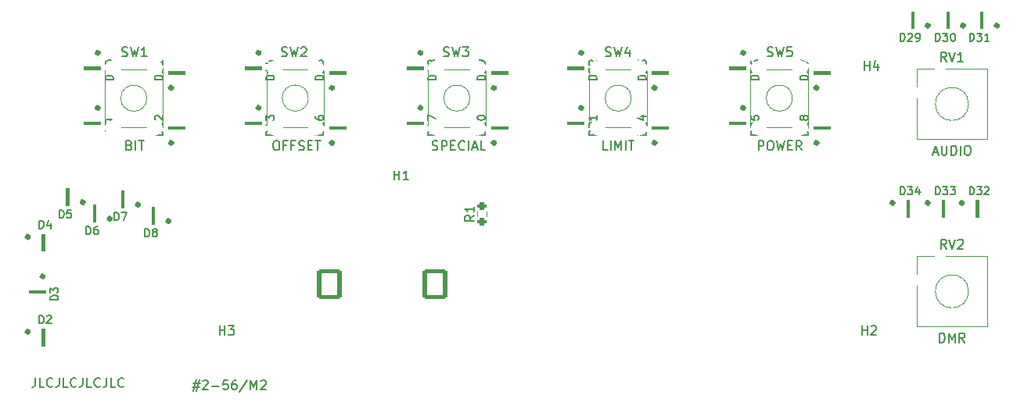
<source format=gbr>
%TF.GenerationSoftware,KiCad,Pcbnew,(6.0.9)*%
%TF.CreationDate,2023-01-27T21:22:42-09:00*%
%TF.ProjectId,RWR CONTROL PANEL,52575220-434f-44e5-9452-4f4c2050414e,-*%
%TF.SameCoordinates,Original*%
%TF.FileFunction,Legend,Top*%
%TF.FilePolarity,Positive*%
%FSLAX46Y46*%
G04 Gerber Fmt 4.6, Leading zero omitted, Abs format (unit mm)*
G04 Created by KiCad (PCBNEW (6.0.9)) date 2023-01-27 21:22:42*
%MOMM*%
%LPD*%
G01*
G04 APERTURE LIST*
G04 Aperture macros list*
%AMRoundRect*
0 Rectangle with rounded corners*
0 $1 Rounding radius*
0 $2 $3 $4 $5 $6 $7 $8 $9 X,Y pos of 4 corners*
0 Add a 4 corners polygon primitive as box body*
4,1,4,$2,$3,$4,$5,$6,$7,$8,$9,$2,$3,0*
0 Add four circle primitives for the rounded corners*
1,1,$1+$1,$2,$3*
1,1,$1+$1,$4,$5*
1,1,$1+$1,$6,$7*
1,1,$1+$1,$8,$9*
0 Add four rect primitives between the rounded corners*
20,1,$1+$1,$2,$3,$4,$5,0*
20,1,$1+$1,$4,$5,$6,$7,0*
20,1,$1+$1,$6,$7,$8,$9,0*
20,1,$1+$1,$8,$9,$2,$3,0*%
G04 Aperture macros list end*
%ADD10C,0.150000*%
%ADD11C,0.120000*%
%ADD12C,0.500000*%
%ADD13C,0.100000*%
%ADD14RoundRect,0.200000X-0.275000X0.200000X-0.275000X-0.200000X0.275000X-0.200000X0.275000X0.200000X0*%
%ADD15R,1.800000X1.800000*%
%ADD16C,1.800000*%
%ADD17RoundRect,0.250001X1.099999X1.399999X-1.099999X1.399999X-1.099999X-1.399999X1.099999X-1.399999X0*%
%ADD18O,2.700000X3.300000*%
%ADD19R,0.700000X0.700000*%
%ADD20C,1.700000*%
%ADD21C,1.524000*%
%ADD22O,1.700000X1.700000*%
%ADD23R,1.700000X1.700000*%
%ADD24C,2.500000*%
G04 APERTURE END LIST*
D10*
X44187834Y-41174025D02*
X44902119Y-41174025D01*
X44473548Y-40745453D02*
X44187834Y-42031168D01*
X44806881Y-41602596D02*
X44092596Y-41602596D01*
X44521167Y-42031168D02*
X44806881Y-40745453D01*
X45187834Y-40935930D02*
X45235453Y-40888311D01*
X45330691Y-40840691D01*
X45568786Y-40840691D01*
X45664024Y-40888311D01*
X45711643Y-40935930D01*
X45759262Y-41031168D01*
X45759262Y-41126406D01*
X45711643Y-41269263D01*
X45140215Y-41840691D01*
X45759262Y-41840691D01*
X46187834Y-41459739D02*
X46949738Y-41459739D01*
X47902119Y-40840691D02*
X47425929Y-40840691D01*
X47378310Y-41316882D01*
X47425929Y-41269263D01*
X47521167Y-41221644D01*
X47759262Y-41221644D01*
X47854500Y-41269263D01*
X47902119Y-41316882D01*
X47949738Y-41412120D01*
X47949738Y-41650215D01*
X47902119Y-41745453D01*
X47854500Y-41793072D01*
X47759262Y-41840691D01*
X47521167Y-41840691D01*
X47425929Y-41793072D01*
X47378310Y-41745453D01*
X48806881Y-40840691D02*
X48616405Y-40840691D01*
X48521167Y-40888311D01*
X48473548Y-40935930D01*
X48378310Y-41078787D01*
X48330691Y-41269263D01*
X48330691Y-41650215D01*
X48378310Y-41745453D01*
X48425929Y-41793072D01*
X48521167Y-41840691D01*
X48711643Y-41840691D01*
X48806881Y-41793072D01*
X48854500Y-41745453D01*
X48902119Y-41650215D01*
X48902119Y-41412120D01*
X48854500Y-41316882D01*
X48806881Y-41269263D01*
X48711643Y-41221644D01*
X48521167Y-41221644D01*
X48425929Y-41269263D01*
X48378310Y-41316882D01*
X48330691Y-41412120D01*
X50044977Y-40793072D02*
X49187834Y-42078787D01*
X50378310Y-41840691D02*
X50378310Y-40840691D01*
X50711643Y-41554977D01*
X51044977Y-40840691D01*
X51044977Y-41840691D01*
X51473548Y-40935930D02*
X51521167Y-40888311D01*
X51616405Y-40840691D01*
X51854500Y-40840691D01*
X51949738Y-40888311D01*
X51997358Y-40935930D01*
X52044977Y-41031168D01*
X52044977Y-41126406D01*
X51997358Y-41269263D01*
X51425929Y-41840691D01*
X52044977Y-41840691D01*
X27072482Y-40570365D02*
X27072482Y-41284651D01*
X27024863Y-41427508D01*
X26929625Y-41522746D01*
X26786768Y-41570365D01*
X26691530Y-41570365D01*
X28024863Y-41570365D02*
X27548672Y-41570365D01*
X27548672Y-40570365D01*
X28929625Y-41475127D02*
X28882006Y-41522746D01*
X28739149Y-41570365D01*
X28643910Y-41570365D01*
X28501053Y-41522746D01*
X28405815Y-41427508D01*
X28358196Y-41332270D01*
X28310577Y-41141794D01*
X28310577Y-40998937D01*
X28358196Y-40808461D01*
X28405815Y-40713223D01*
X28501053Y-40617985D01*
X28643910Y-40570365D01*
X28739149Y-40570365D01*
X28882006Y-40617985D01*
X28929625Y-40665604D01*
X29643910Y-40570365D02*
X29643910Y-41284651D01*
X29596291Y-41427508D01*
X29501053Y-41522746D01*
X29358196Y-41570365D01*
X29262958Y-41570365D01*
X30596291Y-41570365D02*
X30120101Y-41570365D01*
X30120101Y-40570365D01*
X31501053Y-41475127D02*
X31453434Y-41522746D01*
X31310577Y-41570365D01*
X31215339Y-41570365D01*
X31072482Y-41522746D01*
X30977244Y-41427508D01*
X30929625Y-41332270D01*
X30882006Y-41141794D01*
X30882006Y-40998937D01*
X30929625Y-40808461D01*
X30977244Y-40713223D01*
X31072482Y-40617985D01*
X31215339Y-40570365D01*
X31310577Y-40570365D01*
X31453434Y-40617985D01*
X31501053Y-40665604D01*
X32215339Y-40570365D02*
X32215339Y-41284651D01*
X32167720Y-41427508D01*
X32072482Y-41522746D01*
X31929625Y-41570365D01*
X31834387Y-41570365D01*
X33167720Y-41570365D02*
X32691530Y-41570365D01*
X32691530Y-40570365D01*
X34072482Y-41475127D02*
X34024863Y-41522746D01*
X33882006Y-41570365D01*
X33786768Y-41570365D01*
X33643910Y-41522746D01*
X33548672Y-41427508D01*
X33501053Y-41332270D01*
X33453434Y-41141794D01*
X33453434Y-40998937D01*
X33501053Y-40808461D01*
X33548672Y-40713223D01*
X33643910Y-40617985D01*
X33786768Y-40570365D01*
X33882006Y-40570365D01*
X34024863Y-40617985D01*
X34072482Y-40665604D01*
X34786768Y-40570365D02*
X34786768Y-41284651D01*
X34739149Y-41427508D01*
X34643910Y-41522746D01*
X34501053Y-41570365D01*
X34405815Y-41570365D01*
X35739149Y-41570365D02*
X35262958Y-41570365D01*
X35262958Y-40570365D01*
X36643910Y-41475127D02*
X36596291Y-41522746D01*
X36453434Y-41570365D01*
X36358196Y-41570365D01*
X36215339Y-41522746D01*
X36120101Y-41427508D01*
X36072482Y-41332270D01*
X36024863Y-41141794D01*
X36024863Y-40998937D01*
X36072482Y-40808461D01*
X36120101Y-40713223D01*
X36215339Y-40617985D01*
X36358196Y-40570365D01*
X36453434Y-40570365D01*
X36596291Y-40617985D01*
X36643910Y-40665604D01*
%TO.C,R1*%
X74578238Y-22949477D02*
X74102048Y-23282811D01*
X74578238Y-23520906D02*
X73578238Y-23520906D01*
X73578238Y-23139953D01*
X73625858Y-23044715D01*
X73673477Y-22997096D01*
X73768715Y-22949477D01*
X73911572Y-22949477D01*
X74006810Y-22997096D01*
X74054429Y-23044715D01*
X74102048Y-23139953D01*
X74102048Y-23520906D01*
X74578238Y-21997096D02*
X74578238Y-22568525D01*
X74578238Y-22282811D02*
X73578238Y-22282811D01*
X73721096Y-22378049D01*
X73816334Y-22473287D01*
X73863953Y-22568525D01*
%TO.C,D34*%
X120718715Y-20680857D02*
X120718715Y-19830857D01*
X120921096Y-19830857D01*
X121042524Y-19871334D01*
X121123477Y-19952286D01*
X121163953Y-20033238D01*
X121204429Y-20195143D01*
X121204429Y-20316572D01*
X121163953Y-20478476D01*
X121123477Y-20559429D01*
X121042524Y-20640381D01*
X120921096Y-20680857D01*
X120718715Y-20680857D01*
X121487762Y-19830857D02*
X122013953Y-19830857D01*
X121730619Y-20154667D01*
X121852048Y-20154667D01*
X121933000Y-20195143D01*
X121973477Y-20235619D01*
X122013953Y-20316572D01*
X122013953Y-20518953D01*
X121973477Y-20599905D01*
X121933000Y-20640381D01*
X121852048Y-20680857D01*
X121609191Y-20680857D01*
X121528238Y-20640381D01*
X121487762Y-20599905D01*
X122742524Y-20114191D02*
X122742524Y-20680857D01*
X122540143Y-19790381D02*
X122337762Y-20397524D01*
X122863953Y-20397524D01*
%TO.C,D33*%
X124528715Y-20680857D02*
X124528715Y-19830857D01*
X124731096Y-19830857D01*
X124852524Y-19871334D01*
X124933477Y-19952286D01*
X124973953Y-20033238D01*
X125014429Y-20195143D01*
X125014429Y-20316572D01*
X124973953Y-20478476D01*
X124933477Y-20559429D01*
X124852524Y-20640381D01*
X124731096Y-20680857D01*
X124528715Y-20680857D01*
X125297762Y-19830857D02*
X125823953Y-19830857D01*
X125540619Y-20154667D01*
X125662048Y-20154667D01*
X125743000Y-20195143D01*
X125783477Y-20235619D01*
X125823953Y-20316572D01*
X125823953Y-20518953D01*
X125783477Y-20599905D01*
X125743000Y-20640381D01*
X125662048Y-20680857D01*
X125419191Y-20680857D01*
X125338238Y-20640381D01*
X125297762Y-20599905D01*
X126107286Y-19830857D02*
X126633477Y-19830857D01*
X126350143Y-20154667D01*
X126471572Y-20154667D01*
X126552524Y-20195143D01*
X126593000Y-20235619D01*
X126633477Y-20316572D01*
X126633477Y-20518953D01*
X126593000Y-20599905D01*
X126552524Y-20640381D01*
X126471572Y-20680857D01*
X126228715Y-20680857D01*
X126147762Y-20640381D01*
X126107286Y-20599905D01*
%TO.C,D32*%
X128201737Y-20680857D02*
X128201737Y-19830857D01*
X128404118Y-19830857D01*
X128525546Y-19871334D01*
X128606499Y-19952286D01*
X128646975Y-20033238D01*
X128687451Y-20195143D01*
X128687451Y-20316572D01*
X128646975Y-20478476D01*
X128606499Y-20559429D01*
X128525546Y-20640381D01*
X128404118Y-20680857D01*
X128201737Y-20680857D01*
X128970784Y-19830857D02*
X129496975Y-19830857D01*
X129213641Y-20154667D01*
X129335070Y-20154667D01*
X129416022Y-20195143D01*
X129456499Y-20235619D01*
X129496975Y-20316572D01*
X129496975Y-20518953D01*
X129456499Y-20599905D01*
X129416022Y-20640381D01*
X129335070Y-20680857D01*
X129092213Y-20680857D01*
X129011260Y-20640381D01*
X128970784Y-20599905D01*
X129820784Y-19911810D02*
X129861260Y-19871334D01*
X129942213Y-19830857D01*
X130144594Y-19830857D01*
X130225546Y-19871334D01*
X130266022Y-19911810D01*
X130306499Y-19992762D01*
X130306499Y-20073714D01*
X130266022Y-20195143D01*
X129780308Y-20680857D01*
X130306499Y-20680857D01*
%TO.C,D31*%
X128201737Y-4043857D02*
X128201737Y-3193857D01*
X128404118Y-3193857D01*
X128525546Y-3234334D01*
X128606499Y-3315286D01*
X128646975Y-3396238D01*
X128687451Y-3558143D01*
X128687451Y-3679572D01*
X128646975Y-3841476D01*
X128606499Y-3922429D01*
X128525546Y-4003381D01*
X128404118Y-4043857D01*
X128201737Y-4043857D01*
X128970784Y-3193857D02*
X129496975Y-3193857D01*
X129213641Y-3517667D01*
X129335070Y-3517667D01*
X129416022Y-3558143D01*
X129456499Y-3598619D01*
X129496975Y-3679572D01*
X129496975Y-3881953D01*
X129456499Y-3962905D01*
X129416022Y-4003381D01*
X129335070Y-4043857D01*
X129092213Y-4043857D01*
X129011260Y-4003381D01*
X128970784Y-3962905D01*
X130306499Y-4043857D02*
X129820784Y-4043857D01*
X130063641Y-4043857D02*
X130063641Y-3193857D01*
X129982689Y-3315286D01*
X129901737Y-3396238D01*
X129820784Y-3436714D01*
%TO.C,D30*%
X124528715Y-4043857D02*
X124528715Y-3193857D01*
X124731096Y-3193857D01*
X124852524Y-3234334D01*
X124933477Y-3315286D01*
X124973953Y-3396238D01*
X125014429Y-3558143D01*
X125014429Y-3679572D01*
X124973953Y-3841476D01*
X124933477Y-3922429D01*
X124852524Y-4003381D01*
X124731096Y-4043857D01*
X124528715Y-4043857D01*
X125297762Y-3193857D02*
X125823953Y-3193857D01*
X125540619Y-3517667D01*
X125662048Y-3517667D01*
X125743000Y-3558143D01*
X125783477Y-3598619D01*
X125823953Y-3679572D01*
X125823953Y-3881953D01*
X125783477Y-3962905D01*
X125743000Y-4003381D01*
X125662048Y-4043857D01*
X125419191Y-4043857D01*
X125338238Y-4003381D01*
X125297762Y-3962905D01*
X126350143Y-3193857D02*
X126431096Y-3193857D01*
X126512048Y-3234334D01*
X126552524Y-3274810D01*
X126593000Y-3355762D01*
X126633477Y-3517667D01*
X126633477Y-3720048D01*
X126593000Y-3881953D01*
X126552524Y-3962905D01*
X126512048Y-4003381D01*
X126431096Y-4043857D01*
X126350143Y-4043857D01*
X126269191Y-4003381D01*
X126228715Y-3962905D01*
X126188238Y-3881953D01*
X126147762Y-3720048D01*
X126147762Y-3517667D01*
X126188238Y-3355762D01*
X126228715Y-3274810D01*
X126269191Y-3234334D01*
X126350143Y-3193857D01*
%TO.C,D29*%
X120718715Y-4043857D02*
X120718715Y-3193857D01*
X120921096Y-3193857D01*
X121042524Y-3234334D01*
X121123477Y-3315286D01*
X121163953Y-3396238D01*
X121204429Y-3558143D01*
X121204429Y-3679572D01*
X121163953Y-3841476D01*
X121123477Y-3922429D01*
X121042524Y-4003381D01*
X120921096Y-4043857D01*
X120718715Y-4043857D01*
X121528238Y-3274810D02*
X121568715Y-3234334D01*
X121649667Y-3193857D01*
X121852048Y-3193857D01*
X121933000Y-3234334D01*
X121973477Y-3274810D01*
X122013953Y-3355762D01*
X122013953Y-3436714D01*
X121973477Y-3558143D01*
X121487762Y-4043857D01*
X122013953Y-4043857D01*
X122418715Y-4043857D02*
X122580619Y-4043857D01*
X122661572Y-4003381D01*
X122702048Y-3962905D01*
X122783000Y-3841476D01*
X122823477Y-3679572D01*
X122823477Y-3355762D01*
X122783000Y-3274810D01*
X122742524Y-3234334D01*
X122661572Y-3193857D01*
X122499667Y-3193857D01*
X122418715Y-3234334D01*
X122378238Y-3274810D01*
X122337762Y-3355762D01*
X122337762Y-3558143D01*
X122378238Y-3639095D01*
X122418715Y-3679572D01*
X122499667Y-3720048D01*
X122661572Y-3720048D01*
X122742524Y-3679572D01*
X122783000Y-3639095D01*
X122823477Y-3558143D01*
%TO.C,D28*%
X110695403Y-14216476D02*
X109845403Y-14216476D01*
X109845403Y-14014095D01*
X109885880Y-13892667D01*
X109966832Y-13811714D01*
X110047784Y-13771238D01*
X110209689Y-13730762D01*
X110331118Y-13730762D01*
X110493022Y-13771238D01*
X110573975Y-13811714D01*
X110654927Y-13892667D01*
X110695403Y-14014095D01*
X110695403Y-14216476D01*
X109926356Y-13406953D02*
X109885880Y-13366476D01*
X109845403Y-13285524D01*
X109845403Y-13083143D01*
X109885880Y-13002191D01*
X109926356Y-12961714D01*
X110007308Y-12921238D01*
X110088260Y-12921238D01*
X110209689Y-12961714D01*
X110695403Y-13447429D01*
X110695403Y-12921238D01*
X110209689Y-12435524D02*
X110169213Y-12516476D01*
X110128737Y-12556953D01*
X110047784Y-12597429D01*
X110007308Y-12597429D01*
X109926356Y-12556953D01*
X109885880Y-12516476D01*
X109845403Y-12435524D01*
X109845403Y-12273619D01*
X109885880Y-12192667D01*
X109926356Y-12152191D01*
X110007308Y-12111714D01*
X110047784Y-12111714D01*
X110128737Y-12152191D01*
X110169213Y-12192667D01*
X110209689Y-12273619D01*
X110209689Y-12435524D01*
X110250165Y-12516476D01*
X110290641Y-12556953D01*
X110371594Y-12597429D01*
X110533499Y-12597429D01*
X110614451Y-12556953D01*
X110654927Y-12516476D01*
X110695403Y-12435524D01*
X110695403Y-12273619D01*
X110654927Y-12192667D01*
X110614451Y-12152191D01*
X110533499Y-12111714D01*
X110371594Y-12111714D01*
X110290641Y-12152191D01*
X110250165Y-12192667D01*
X110209689Y-12273619D01*
%TO.C,D27*%
X110695403Y-8247476D02*
X109845403Y-8247476D01*
X109845403Y-8045095D01*
X109885880Y-7923667D01*
X109966832Y-7842714D01*
X110047784Y-7802238D01*
X110209689Y-7761762D01*
X110331118Y-7761762D01*
X110493022Y-7802238D01*
X110573975Y-7842714D01*
X110654927Y-7923667D01*
X110695403Y-8045095D01*
X110695403Y-8247476D01*
X109926356Y-7437953D02*
X109885880Y-7397476D01*
X109845403Y-7316524D01*
X109845403Y-7114143D01*
X109885880Y-7033191D01*
X109926356Y-6992714D01*
X110007308Y-6952238D01*
X110088260Y-6952238D01*
X110209689Y-6992714D01*
X110695403Y-7478429D01*
X110695403Y-6952238D01*
X109845403Y-6668905D02*
X109845403Y-6102238D01*
X110695403Y-6466524D01*
%TO.C,D26*%
X105361403Y-8247476D02*
X104511403Y-8247476D01*
X104511403Y-8045095D01*
X104551880Y-7923667D01*
X104632832Y-7842714D01*
X104713784Y-7802238D01*
X104875689Y-7761762D01*
X104997118Y-7761762D01*
X105159022Y-7802238D01*
X105239975Y-7842714D01*
X105320927Y-7923667D01*
X105361403Y-8045095D01*
X105361403Y-8247476D01*
X104592356Y-7437953D02*
X104551880Y-7397476D01*
X104511403Y-7316524D01*
X104511403Y-7114143D01*
X104551880Y-7033191D01*
X104592356Y-6992714D01*
X104673308Y-6952238D01*
X104754260Y-6952238D01*
X104875689Y-6992714D01*
X105361403Y-7478429D01*
X105361403Y-6952238D01*
X104511403Y-6223667D02*
X104511403Y-6385572D01*
X104551880Y-6466524D01*
X104592356Y-6507000D01*
X104713784Y-6587953D01*
X104875689Y-6628429D01*
X105199499Y-6628429D01*
X105280451Y-6587953D01*
X105320927Y-6547476D01*
X105361403Y-6466524D01*
X105361403Y-6304619D01*
X105320927Y-6223667D01*
X105280451Y-6183191D01*
X105199499Y-6142714D01*
X104997118Y-6142714D01*
X104916165Y-6183191D01*
X104875689Y-6223667D01*
X104835213Y-6304619D01*
X104835213Y-6466524D01*
X104875689Y-6547476D01*
X104916165Y-6587953D01*
X104997118Y-6628429D01*
%TO.C,D25*%
X105361403Y-14216476D02*
X104511403Y-14216476D01*
X104511403Y-14014095D01*
X104551880Y-13892667D01*
X104632832Y-13811714D01*
X104713784Y-13771238D01*
X104875689Y-13730762D01*
X104997118Y-13730762D01*
X105159022Y-13771238D01*
X105239975Y-13811714D01*
X105320927Y-13892667D01*
X105361403Y-14014095D01*
X105361403Y-14216476D01*
X104592356Y-13406953D02*
X104551880Y-13366476D01*
X104511403Y-13285524D01*
X104511403Y-13083143D01*
X104551880Y-13002191D01*
X104592356Y-12961714D01*
X104673308Y-12921238D01*
X104754260Y-12921238D01*
X104875689Y-12961714D01*
X105361403Y-13447429D01*
X105361403Y-12921238D01*
X104511403Y-12152191D02*
X104511403Y-12556953D01*
X104916165Y-12597429D01*
X104875689Y-12556953D01*
X104835213Y-12476000D01*
X104835213Y-12273619D01*
X104875689Y-12192667D01*
X104916165Y-12152191D01*
X104997118Y-12111714D01*
X105199499Y-12111714D01*
X105280451Y-12152191D01*
X105320927Y-12192667D01*
X105361403Y-12273619D01*
X105361403Y-12476000D01*
X105320927Y-12556953D01*
X105280451Y-12597429D01*
%TO.C,D24*%
X93169403Y-14216476D02*
X92319403Y-14216476D01*
X92319403Y-14014095D01*
X92359880Y-13892667D01*
X92440832Y-13811714D01*
X92521784Y-13771238D01*
X92683689Y-13730762D01*
X92805118Y-13730762D01*
X92967022Y-13771238D01*
X93047975Y-13811714D01*
X93128927Y-13892667D01*
X93169403Y-14014095D01*
X93169403Y-14216476D01*
X92400356Y-13406953D02*
X92359880Y-13366476D01*
X92319403Y-13285524D01*
X92319403Y-13083143D01*
X92359880Y-13002191D01*
X92400356Y-12961714D01*
X92481308Y-12921238D01*
X92562260Y-12921238D01*
X92683689Y-12961714D01*
X93169403Y-13447429D01*
X93169403Y-12921238D01*
X92602737Y-12192667D02*
X93169403Y-12192667D01*
X92278927Y-12395048D02*
X92886070Y-12597429D01*
X92886070Y-12071238D01*
%TO.C,D23*%
X93169403Y-8247476D02*
X92319403Y-8247476D01*
X92319403Y-8045095D01*
X92359880Y-7923667D01*
X92440832Y-7842714D01*
X92521784Y-7802238D01*
X92683689Y-7761762D01*
X92805118Y-7761762D01*
X92967022Y-7802238D01*
X93047975Y-7842714D01*
X93128927Y-7923667D01*
X93169403Y-8045095D01*
X93169403Y-8247476D01*
X92400356Y-7437953D02*
X92359880Y-7397476D01*
X92319403Y-7316524D01*
X92319403Y-7114143D01*
X92359880Y-7033191D01*
X92400356Y-6992714D01*
X92481308Y-6952238D01*
X92562260Y-6952238D01*
X92683689Y-6992714D01*
X93169403Y-7478429D01*
X93169403Y-6952238D01*
X92319403Y-6668905D02*
X92319403Y-6142714D01*
X92643213Y-6426048D01*
X92643213Y-6304619D01*
X92683689Y-6223667D01*
X92724165Y-6183191D01*
X92805118Y-6142714D01*
X93007499Y-6142714D01*
X93088451Y-6183191D01*
X93128927Y-6223667D01*
X93169403Y-6304619D01*
X93169403Y-6547476D01*
X93128927Y-6628429D01*
X93088451Y-6668905D01*
%TO.C,D22*%
X87835403Y-8247476D02*
X86985403Y-8247476D01*
X86985403Y-8045095D01*
X87025880Y-7923667D01*
X87106832Y-7842714D01*
X87187784Y-7802238D01*
X87349689Y-7761762D01*
X87471118Y-7761762D01*
X87633022Y-7802238D01*
X87713975Y-7842714D01*
X87794927Y-7923667D01*
X87835403Y-8045095D01*
X87835403Y-8247476D01*
X87066356Y-7437953D02*
X87025880Y-7397476D01*
X86985403Y-7316524D01*
X86985403Y-7114143D01*
X87025880Y-7033191D01*
X87066356Y-6992714D01*
X87147308Y-6952238D01*
X87228260Y-6952238D01*
X87349689Y-6992714D01*
X87835403Y-7478429D01*
X87835403Y-6952238D01*
X87066356Y-6628429D02*
X87025880Y-6587953D01*
X86985403Y-6507000D01*
X86985403Y-6304619D01*
X87025880Y-6223667D01*
X87066356Y-6183191D01*
X87147308Y-6142714D01*
X87228260Y-6142714D01*
X87349689Y-6183191D01*
X87835403Y-6668905D01*
X87835403Y-6142714D01*
%TO.C,D21*%
X87835403Y-14216476D02*
X86985403Y-14216476D01*
X86985403Y-14014095D01*
X87025880Y-13892667D01*
X87106832Y-13811714D01*
X87187784Y-13771238D01*
X87349689Y-13730762D01*
X87471118Y-13730762D01*
X87633022Y-13771238D01*
X87713975Y-13811714D01*
X87794927Y-13892667D01*
X87835403Y-14014095D01*
X87835403Y-14216476D01*
X87066356Y-13406953D02*
X87025880Y-13366476D01*
X86985403Y-13285524D01*
X86985403Y-13083143D01*
X87025880Y-13002191D01*
X87066356Y-12961714D01*
X87147308Y-12921238D01*
X87228260Y-12921238D01*
X87349689Y-12961714D01*
X87835403Y-13447429D01*
X87835403Y-12921238D01*
X87835403Y-12111714D02*
X87835403Y-12597429D01*
X87835403Y-12354572D02*
X86985403Y-12354572D01*
X87106832Y-12435524D01*
X87187784Y-12516476D01*
X87228260Y-12597429D01*
%TO.C,D20*%
X75770403Y-14216476D02*
X74920403Y-14216476D01*
X74920403Y-14014095D01*
X74960880Y-13892667D01*
X75041832Y-13811714D01*
X75122784Y-13771238D01*
X75284689Y-13730762D01*
X75406118Y-13730762D01*
X75568022Y-13771238D01*
X75648975Y-13811714D01*
X75729927Y-13892667D01*
X75770403Y-14014095D01*
X75770403Y-14216476D01*
X75001356Y-13406953D02*
X74960880Y-13366476D01*
X74920403Y-13285524D01*
X74920403Y-13083143D01*
X74960880Y-13002191D01*
X75001356Y-12961714D01*
X75082308Y-12921238D01*
X75163260Y-12921238D01*
X75284689Y-12961714D01*
X75770403Y-13447429D01*
X75770403Y-12921238D01*
X74920403Y-12395048D02*
X74920403Y-12314095D01*
X74960880Y-12233143D01*
X75001356Y-12192667D01*
X75082308Y-12152191D01*
X75244213Y-12111714D01*
X75446594Y-12111714D01*
X75608499Y-12152191D01*
X75689451Y-12192667D01*
X75729927Y-12233143D01*
X75770403Y-12314095D01*
X75770403Y-12395048D01*
X75729927Y-12476000D01*
X75689451Y-12516476D01*
X75608499Y-12556953D01*
X75446594Y-12597429D01*
X75244213Y-12597429D01*
X75082308Y-12556953D01*
X75001356Y-12516476D01*
X74960880Y-12476000D01*
X74920403Y-12395048D01*
%TO.C,D19*%
X75770403Y-8247476D02*
X74920403Y-8247476D01*
X74920403Y-8045095D01*
X74960880Y-7923667D01*
X75041832Y-7842714D01*
X75122784Y-7802238D01*
X75284689Y-7761762D01*
X75406118Y-7761762D01*
X75568022Y-7802238D01*
X75648975Y-7842714D01*
X75729927Y-7923667D01*
X75770403Y-8045095D01*
X75770403Y-8247476D01*
X75770403Y-6952238D02*
X75770403Y-7437953D01*
X75770403Y-7195095D02*
X74920403Y-7195095D01*
X75041832Y-7276048D01*
X75122784Y-7357000D01*
X75163260Y-7437953D01*
X75770403Y-6547476D02*
X75770403Y-6385572D01*
X75729927Y-6304619D01*
X75689451Y-6264143D01*
X75568022Y-6183191D01*
X75406118Y-6142714D01*
X75082308Y-6142714D01*
X75001356Y-6183191D01*
X74960880Y-6223667D01*
X74920403Y-6304619D01*
X74920403Y-6466524D01*
X74960880Y-6547476D01*
X75001356Y-6587953D01*
X75082308Y-6628429D01*
X75284689Y-6628429D01*
X75365641Y-6587953D01*
X75406118Y-6547476D01*
X75446594Y-6466524D01*
X75446594Y-6304619D01*
X75406118Y-6223667D01*
X75365641Y-6183191D01*
X75284689Y-6142714D01*
%TO.C,D18*%
X70436403Y-8247476D02*
X69586403Y-8247476D01*
X69586403Y-8045095D01*
X69626880Y-7923667D01*
X69707832Y-7842714D01*
X69788784Y-7802238D01*
X69950689Y-7761762D01*
X70072118Y-7761762D01*
X70234022Y-7802238D01*
X70314975Y-7842714D01*
X70395927Y-7923667D01*
X70436403Y-8045095D01*
X70436403Y-8247476D01*
X70436403Y-6952238D02*
X70436403Y-7437953D01*
X70436403Y-7195095D02*
X69586403Y-7195095D01*
X69707832Y-7276048D01*
X69788784Y-7357000D01*
X69829260Y-7437953D01*
X69950689Y-6466524D02*
X69910213Y-6547476D01*
X69869737Y-6587953D01*
X69788784Y-6628429D01*
X69748308Y-6628429D01*
X69667356Y-6587953D01*
X69626880Y-6547476D01*
X69586403Y-6466524D01*
X69586403Y-6304619D01*
X69626880Y-6223667D01*
X69667356Y-6183191D01*
X69748308Y-6142714D01*
X69788784Y-6142714D01*
X69869737Y-6183191D01*
X69910213Y-6223667D01*
X69950689Y-6304619D01*
X69950689Y-6466524D01*
X69991165Y-6547476D01*
X70031641Y-6587953D01*
X70112594Y-6628429D01*
X70274499Y-6628429D01*
X70355451Y-6587953D01*
X70395927Y-6547476D01*
X70436403Y-6466524D01*
X70436403Y-6304619D01*
X70395927Y-6223667D01*
X70355451Y-6183191D01*
X70274499Y-6142714D01*
X70112594Y-6142714D01*
X70031641Y-6183191D01*
X69991165Y-6223667D01*
X69950689Y-6304619D01*
%TO.C,D17*%
X70436403Y-14216476D02*
X69586403Y-14216476D01*
X69586403Y-14014095D01*
X69626880Y-13892667D01*
X69707832Y-13811714D01*
X69788784Y-13771238D01*
X69950689Y-13730762D01*
X70072118Y-13730762D01*
X70234022Y-13771238D01*
X70314975Y-13811714D01*
X70395927Y-13892667D01*
X70436403Y-14014095D01*
X70436403Y-14216476D01*
X70436403Y-12921238D02*
X70436403Y-13406953D01*
X70436403Y-13164095D02*
X69586403Y-13164095D01*
X69707832Y-13245048D01*
X69788784Y-13326000D01*
X69829260Y-13406953D01*
X69586403Y-12637905D02*
X69586403Y-12071238D01*
X70436403Y-12435524D01*
%TO.C,D16*%
X58244403Y-14216476D02*
X57394403Y-14216476D01*
X57394403Y-14014095D01*
X57434880Y-13892667D01*
X57515832Y-13811714D01*
X57596784Y-13771238D01*
X57758689Y-13730762D01*
X57880118Y-13730762D01*
X58042022Y-13771238D01*
X58122975Y-13811714D01*
X58203927Y-13892667D01*
X58244403Y-14014095D01*
X58244403Y-14216476D01*
X58244403Y-12921238D02*
X58244403Y-13406953D01*
X58244403Y-13164095D02*
X57394403Y-13164095D01*
X57515832Y-13245048D01*
X57596784Y-13326000D01*
X57637260Y-13406953D01*
X57394403Y-12192667D02*
X57394403Y-12354572D01*
X57434880Y-12435524D01*
X57475356Y-12476000D01*
X57596784Y-12556953D01*
X57758689Y-12597429D01*
X58082499Y-12597429D01*
X58163451Y-12556953D01*
X58203927Y-12516476D01*
X58244403Y-12435524D01*
X58244403Y-12273619D01*
X58203927Y-12192667D01*
X58163451Y-12152191D01*
X58082499Y-12111714D01*
X57880118Y-12111714D01*
X57799165Y-12152191D01*
X57758689Y-12192667D01*
X57718213Y-12273619D01*
X57718213Y-12435524D01*
X57758689Y-12516476D01*
X57799165Y-12556953D01*
X57880118Y-12597429D01*
%TO.C,D15*%
X58244403Y-8247476D02*
X57394403Y-8247476D01*
X57394403Y-8045095D01*
X57434880Y-7923667D01*
X57515832Y-7842714D01*
X57596784Y-7802238D01*
X57758689Y-7761762D01*
X57880118Y-7761762D01*
X58042022Y-7802238D01*
X58122975Y-7842714D01*
X58203927Y-7923667D01*
X58244403Y-8045095D01*
X58244403Y-8247476D01*
X58244403Y-6952238D02*
X58244403Y-7437953D01*
X58244403Y-7195095D02*
X57394403Y-7195095D01*
X57515832Y-7276048D01*
X57596784Y-7357000D01*
X57637260Y-7437953D01*
X57394403Y-6183191D02*
X57394403Y-6587953D01*
X57799165Y-6628429D01*
X57758689Y-6587953D01*
X57718213Y-6507000D01*
X57718213Y-6304619D01*
X57758689Y-6223667D01*
X57799165Y-6183191D01*
X57880118Y-6142714D01*
X58082499Y-6142714D01*
X58163451Y-6183191D01*
X58203927Y-6223667D01*
X58244403Y-6304619D01*
X58244403Y-6507000D01*
X58203927Y-6587953D01*
X58163451Y-6628429D01*
%TO.C,D14*%
X52910403Y-8247476D02*
X52060403Y-8247476D01*
X52060403Y-8045095D01*
X52100880Y-7923667D01*
X52181832Y-7842714D01*
X52262784Y-7802238D01*
X52424689Y-7761762D01*
X52546118Y-7761762D01*
X52708022Y-7802238D01*
X52788975Y-7842714D01*
X52869927Y-7923667D01*
X52910403Y-8045095D01*
X52910403Y-8247476D01*
X52910403Y-6952238D02*
X52910403Y-7437953D01*
X52910403Y-7195095D02*
X52060403Y-7195095D01*
X52181832Y-7276048D01*
X52262784Y-7357000D01*
X52303260Y-7437953D01*
X52343737Y-6223667D02*
X52910403Y-6223667D01*
X52019927Y-6426048D02*
X52627070Y-6628429D01*
X52627070Y-6102238D01*
%TO.C,D13*%
X52910403Y-14216476D02*
X52060403Y-14216476D01*
X52060403Y-14014095D01*
X52100880Y-13892667D01*
X52181832Y-13811714D01*
X52262784Y-13771238D01*
X52424689Y-13730762D01*
X52546118Y-13730762D01*
X52708022Y-13771238D01*
X52788975Y-13811714D01*
X52869927Y-13892667D01*
X52910403Y-14014095D01*
X52910403Y-14216476D01*
X52910403Y-12921238D02*
X52910403Y-13406953D01*
X52910403Y-13164095D02*
X52060403Y-13164095D01*
X52181832Y-13245048D01*
X52262784Y-13326000D01*
X52303260Y-13406953D01*
X52060403Y-12637905D02*
X52060403Y-12111714D01*
X52384213Y-12395048D01*
X52384213Y-12273619D01*
X52424689Y-12192667D01*
X52465165Y-12152191D01*
X52546118Y-12111714D01*
X52748499Y-12111714D01*
X52829451Y-12152191D01*
X52869927Y-12192667D01*
X52910403Y-12273619D01*
X52910403Y-12516476D01*
X52869927Y-12597429D01*
X52829451Y-12637905D01*
%TO.C,D12*%
X40845403Y-14216476D02*
X39995403Y-14216476D01*
X39995403Y-14014095D01*
X40035880Y-13892667D01*
X40116832Y-13811714D01*
X40197784Y-13771238D01*
X40359689Y-13730762D01*
X40481118Y-13730762D01*
X40643022Y-13771238D01*
X40723975Y-13811714D01*
X40804927Y-13892667D01*
X40845403Y-14014095D01*
X40845403Y-14216476D01*
X40845403Y-12921238D02*
X40845403Y-13406953D01*
X40845403Y-13164095D02*
X39995403Y-13164095D01*
X40116832Y-13245048D01*
X40197784Y-13326000D01*
X40238260Y-13406953D01*
X40076356Y-12597429D02*
X40035880Y-12556953D01*
X39995403Y-12476000D01*
X39995403Y-12273619D01*
X40035880Y-12192667D01*
X40076356Y-12152191D01*
X40157308Y-12111714D01*
X40238260Y-12111714D01*
X40359689Y-12152191D01*
X40845403Y-12637905D01*
X40845403Y-12111714D01*
%TO.C,D11*%
X40845403Y-8247476D02*
X39995403Y-8247476D01*
X39995403Y-8045095D01*
X40035880Y-7923667D01*
X40116832Y-7842714D01*
X40197784Y-7802238D01*
X40359689Y-7761762D01*
X40481118Y-7761762D01*
X40643022Y-7802238D01*
X40723975Y-7842714D01*
X40804927Y-7923667D01*
X40845403Y-8045095D01*
X40845403Y-8247476D01*
X40845403Y-6952238D02*
X40845403Y-7437953D01*
X40845403Y-7195095D02*
X39995403Y-7195095D01*
X40116832Y-7276048D01*
X40197784Y-7357000D01*
X40238260Y-7437953D01*
X40845403Y-6142714D02*
X40845403Y-6628429D01*
X40845403Y-6385572D02*
X39995403Y-6385572D01*
X40116832Y-6466524D01*
X40197784Y-6547476D01*
X40238260Y-6628429D01*
%TO.C,D10*%
X35511403Y-8247476D02*
X34661403Y-8247476D01*
X34661403Y-8045095D01*
X34701880Y-7923667D01*
X34782832Y-7842714D01*
X34863784Y-7802238D01*
X35025689Y-7761762D01*
X35147118Y-7761762D01*
X35309022Y-7802238D01*
X35389975Y-7842714D01*
X35470927Y-7923667D01*
X35511403Y-8045095D01*
X35511403Y-8247476D01*
X35511403Y-6952238D02*
X35511403Y-7437953D01*
X35511403Y-7195095D02*
X34661403Y-7195095D01*
X34782832Y-7276048D01*
X34863784Y-7357000D01*
X34904260Y-7437953D01*
X34661403Y-6426048D02*
X34661403Y-6345095D01*
X34701880Y-6264143D01*
X34742356Y-6223667D01*
X34823308Y-6183191D01*
X34985213Y-6142714D01*
X35187594Y-6142714D01*
X35349499Y-6183191D01*
X35430451Y-6223667D01*
X35470927Y-6264143D01*
X35511403Y-6345095D01*
X35511403Y-6426048D01*
X35470927Y-6507000D01*
X35430451Y-6547476D01*
X35349499Y-6587953D01*
X35187594Y-6628429D01*
X34985213Y-6628429D01*
X34823308Y-6587953D01*
X34742356Y-6547476D01*
X34701880Y-6507000D01*
X34661403Y-6426048D01*
%TO.C,D9*%
X35511403Y-13811714D02*
X34661403Y-13811714D01*
X34661403Y-13609334D01*
X34701880Y-13487905D01*
X34782832Y-13406953D01*
X34863784Y-13366476D01*
X35025689Y-13326000D01*
X35147118Y-13326000D01*
X35309022Y-13366476D01*
X35389975Y-13406953D01*
X35470927Y-13487905D01*
X35511403Y-13609334D01*
X35511403Y-13811714D01*
X35511403Y-12921238D02*
X35511403Y-12759334D01*
X35470927Y-12678381D01*
X35430451Y-12637905D01*
X35309022Y-12556953D01*
X35147118Y-12516476D01*
X34823308Y-12516476D01*
X34742356Y-12556953D01*
X34701880Y-12597429D01*
X34661403Y-12678381D01*
X34661403Y-12840286D01*
X34701880Y-12921238D01*
X34742356Y-12961714D01*
X34823308Y-13002191D01*
X35025689Y-13002191D01*
X35106641Y-12961714D01*
X35147118Y-12921238D01*
X35187594Y-12840286D01*
X35187594Y-12678381D01*
X35147118Y-12597429D01*
X35106641Y-12556953D01*
X35025689Y-12516476D01*
%TO.C,D8*%
X38944499Y-25252857D02*
X38944499Y-24402857D01*
X39146880Y-24402857D01*
X39268308Y-24443334D01*
X39349260Y-24524286D01*
X39389737Y-24605238D01*
X39430213Y-24767143D01*
X39430213Y-24888572D01*
X39389737Y-25050476D01*
X39349260Y-25131429D01*
X39268308Y-25212381D01*
X39146880Y-25252857D01*
X38944499Y-25252857D01*
X39915927Y-24767143D02*
X39834975Y-24726667D01*
X39794499Y-24686191D01*
X39754022Y-24605238D01*
X39754022Y-24564762D01*
X39794499Y-24483810D01*
X39834975Y-24443334D01*
X39915927Y-24402857D01*
X40077832Y-24402857D01*
X40158784Y-24443334D01*
X40199260Y-24483810D01*
X40239737Y-24564762D01*
X40239737Y-24605238D01*
X40199260Y-24686191D01*
X40158784Y-24726667D01*
X40077832Y-24767143D01*
X39915927Y-24767143D01*
X39834975Y-24807619D01*
X39794499Y-24848095D01*
X39754022Y-24929048D01*
X39754022Y-25090953D01*
X39794499Y-25171905D01*
X39834975Y-25212381D01*
X39915927Y-25252857D01*
X40077832Y-25252857D01*
X40158784Y-25212381D01*
X40199260Y-25171905D01*
X40239737Y-25090953D01*
X40239737Y-24929048D01*
X40199260Y-24848095D01*
X40158784Y-24807619D01*
X40077832Y-24767143D01*
%TO.C,D7*%
X35642499Y-23474857D02*
X35642499Y-22624857D01*
X35844880Y-22624857D01*
X35966308Y-22665334D01*
X36047260Y-22746286D01*
X36087737Y-22827238D01*
X36128213Y-22989143D01*
X36128213Y-23110572D01*
X36087737Y-23272476D01*
X36047260Y-23353429D01*
X35966308Y-23434381D01*
X35844880Y-23474857D01*
X35642499Y-23474857D01*
X36411546Y-22624857D02*
X36978213Y-22624857D01*
X36613927Y-23474857D01*
%TO.C,D6*%
X32594499Y-24998857D02*
X32594499Y-24148857D01*
X32796880Y-24148857D01*
X32918308Y-24189334D01*
X32999260Y-24270286D01*
X33039737Y-24351238D01*
X33080213Y-24513143D01*
X33080213Y-24634572D01*
X33039737Y-24796476D01*
X32999260Y-24877429D01*
X32918308Y-24958381D01*
X32796880Y-24998857D01*
X32594499Y-24998857D01*
X33808784Y-24148857D02*
X33646880Y-24148857D01*
X33565927Y-24189334D01*
X33525451Y-24229810D01*
X33444499Y-24351238D01*
X33404022Y-24513143D01*
X33404022Y-24836953D01*
X33444499Y-24917905D01*
X33484975Y-24958381D01*
X33565927Y-24998857D01*
X33727832Y-24998857D01*
X33808784Y-24958381D01*
X33849260Y-24917905D01*
X33889737Y-24836953D01*
X33889737Y-24634572D01*
X33849260Y-24553619D01*
X33808784Y-24513143D01*
X33727832Y-24472667D01*
X33565927Y-24472667D01*
X33484975Y-24513143D01*
X33444499Y-24553619D01*
X33404022Y-24634572D01*
%TO.C,D5*%
X29673499Y-23220857D02*
X29673499Y-22370857D01*
X29875880Y-22370857D01*
X29997308Y-22411334D01*
X30078260Y-22492286D01*
X30118737Y-22573238D01*
X30159213Y-22735143D01*
X30159213Y-22856572D01*
X30118737Y-23018476D01*
X30078260Y-23099429D01*
X29997308Y-23180381D01*
X29875880Y-23220857D01*
X29673499Y-23220857D01*
X30928260Y-22370857D02*
X30523499Y-22370857D01*
X30483022Y-22775619D01*
X30523499Y-22735143D01*
X30604451Y-22694667D01*
X30806832Y-22694667D01*
X30887784Y-22735143D01*
X30928260Y-22775619D01*
X30968737Y-22856572D01*
X30968737Y-23058953D01*
X30928260Y-23139905D01*
X30887784Y-23180381D01*
X30806832Y-23220857D01*
X30604451Y-23220857D01*
X30523499Y-23180381D01*
X30483022Y-23139905D01*
%TO.C,D4*%
X27514499Y-24363857D02*
X27514499Y-23513857D01*
X27716880Y-23513857D01*
X27838308Y-23554334D01*
X27919260Y-23635286D01*
X27959737Y-23716238D01*
X28000213Y-23878143D01*
X28000213Y-23999572D01*
X27959737Y-24161476D01*
X27919260Y-24242429D01*
X27838308Y-24323381D01*
X27716880Y-24363857D01*
X27514499Y-24363857D01*
X28728784Y-23797191D02*
X28728784Y-24363857D01*
X28526403Y-23473381D02*
X28324022Y-24080524D01*
X28850213Y-24080524D01*
%TO.C,D3*%
X29542403Y-32099714D02*
X28692403Y-32099714D01*
X28692403Y-31897334D01*
X28732880Y-31775905D01*
X28813832Y-31694953D01*
X28894784Y-31654476D01*
X29056689Y-31614000D01*
X29178118Y-31614000D01*
X29340022Y-31654476D01*
X29420975Y-31694953D01*
X29501927Y-31775905D01*
X29542403Y-31897334D01*
X29542403Y-32099714D01*
X28692403Y-31330667D02*
X28692403Y-30804476D01*
X29016213Y-31087810D01*
X29016213Y-30966381D01*
X29056689Y-30885429D01*
X29097165Y-30844953D01*
X29178118Y-30804476D01*
X29380499Y-30804476D01*
X29461451Y-30844953D01*
X29501927Y-30885429D01*
X29542403Y-30966381D01*
X29542403Y-31209238D01*
X29501927Y-31290191D01*
X29461451Y-31330667D01*
%TO.C,D2*%
X27514499Y-34650857D02*
X27514499Y-33800857D01*
X27716880Y-33800857D01*
X27838308Y-33841334D01*
X27919260Y-33922286D01*
X27959737Y-34003238D01*
X28000213Y-34165143D01*
X28000213Y-34286572D01*
X27959737Y-34448476D01*
X27919260Y-34529429D01*
X27838308Y-34610381D01*
X27716880Y-34650857D01*
X27514499Y-34650857D01*
X28324022Y-33881810D02*
X28364499Y-33841334D01*
X28445451Y-33800857D01*
X28647832Y-33800857D01*
X28728784Y-33841334D01*
X28769260Y-33881810D01*
X28809737Y-33962762D01*
X28809737Y-34043714D01*
X28769260Y-34165143D01*
X28283546Y-34650857D01*
X28809737Y-34650857D01*
%TO.C,SW5*%
X106320524Y-5661572D02*
X106463381Y-5709191D01*
X106701477Y-5709191D01*
X106796715Y-5661572D01*
X106844334Y-5613953D01*
X106891953Y-5518715D01*
X106891953Y-5423477D01*
X106844334Y-5328239D01*
X106796715Y-5280620D01*
X106701477Y-5233001D01*
X106511000Y-5185382D01*
X106415762Y-5137763D01*
X106368143Y-5090144D01*
X106320524Y-4994906D01*
X106320524Y-4899668D01*
X106368143Y-4804430D01*
X106415762Y-4756811D01*
X106511000Y-4709191D01*
X106749096Y-4709191D01*
X106891953Y-4756811D01*
X107225286Y-4709191D02*
X107463381Y-5709191D01*
X107653858Y-4994906D01*
X107844334Y-5709191D01*
X108082429Y-4709191D01*
X108939572Y-4709191D02*
X108463381Y-4709191D01*
X108415762Y-5185382D01*
X108463381Y-5137763D01*
X108558619Y-5090144D01*
X108796715Y-5090144D01*
X108891953Y-5137763D01*
X108939572Y-5185382D01*
X108987191Y-5280620D01*
X108987191Y-5518715D01*
X108939572Y-5613953D01*
X108891953Y-5661572D01*
X108796715Y-5709191D01*
X108558619Y-5709191D01*
X108463381Y-5661572D01*
X108415762Y-5613953D01*
X105344334Y-15869191D02*
X105344334Y-14869191D01*
X105725286Y-14869191D01*
X105820524Y-14916811D01*
X105868143Y-14964430D01*
X105915762Y-15059668D01*
X105915762Y-15202525D01*
X105868143Y-15297763D01*
X105820524Y-15345382D01*
X105725286Y-15393001D01*
X105344334Y-15393001D01*
X106534810Y-14869191D02*
X106725286Y-14869191D01*
X106820524Y-14916811D01*
X106915762Y-15012049D01*
X106963381Y-15202525D01*
X106963381Y-15535858D01*
X106915762Y-15726334D01*
X106820524Y-15821572D01*
X106725286Y-15869191D01*
X106534810Y-15869191D01*
X106439572Y-15821572D01*
X106344334Y-15726334D01*
X106296715Y-15535858D01*
X106296715Y-15202525D01*
X106344334Y-15012049D01*
X106439572Y-14916811D01*
X106534810Y-14869191D01*
X107296715Y-14869191D02*
X107534810Y-15869191D01*
X107725286Y-15154906D01*
X107915762Y-15869191D01*
X108153858Y-14869191D01*
X108534810Y-15345382D02*
X108868143Y-15345382D01*
X109011000Y-15869191D02*
X108534810Y-15869191D01*
X108534810Y-14869191D01*
X109011000Y-14869191D01*
X110011000Y-15869191D02*
X109677667Y-15393001D01*
X109439572Y-15869191D02*
X109439572Y-14869191D01*
X109820524Y-14869191D01*
X109915762Y-14916811D01*
X109963381Y-14964430D01*
X110011000Y-15059668D01*
X110011000Y-15202525D01*
X109963381Y-15297763D01*
X109915762Y-15345382D01*
X109820524Y-15393001D01*
X109439572Y-15393001D01*
%TO.C,SW4*%
X88794524Y-5661572D02*
X88937381Y-5709191D01*
X89175477Y-5709191D01*
X89270715Y-5661572D01*
X89318334Y-5613953D01*
X89365953Y-5518715D01*
X89365953Y-5423477D01*
X89318334Y-5328239D01*
X89270715Y-5280620D01*
X89175477Y-5233001D01*
X88985000Y-5185382D01*
X88889762Y-5137763D01*
X88842143Y-5090144D01*
X88794524Y-4994906D01*
X88794524Y-4899668D01*
X88842143Y-4804430D01*
X88889762Y-4756811D01*
X88985000Y-4709191D01*
X89223096Y-4709191D01*
X89365953Y-4756811D01*
X89699286Y-4709191D02*
X89937381Y-5709191D01*
X90127858Y-4994906D01*
X90318334Y-5709191D01*
X90556429Y-4709191D01*
X91365953Y-5042525D02*
X91365953Y-5709191D01*
X91127858Y-4661572D02*
X90889762Y-5375858D01*
X91508810Y-5375858D01*
X89008810Y-15869191D02*
X88532619Y-15869191D01*
X88532619Y-14869191D01*
X89342143Y-15869191D02*
X89342143Y-14869191D01*
X89818334Y-15869191D02*
X89818334Y-14869191D01*
X90151667Y-15583477D01*
X90485000Y-14869191D01*
X90485000Y-15869191D01*
X90961191Y-15869191D02*
X90961191Y-14869191D01*
X91294524Y-14869191D02*
X91865953Y-14869191D01*
X91580238Y-15869191D02*
X91580238Y-14869191D01*
%TO.C,SW3*%
X71268524Y-5661572D02*
X71411381Y-5709191D01*
X71649477Y-5709191D01*
X71744715Y-5661572D01*
X71792334Y-5613953D01*
X71839953Y-5518715D01*
X71839953Y-5423477D01*
X71792334Y-5328239D01*
X71744715Y-5280620D01*
X71649477Y-5233001D01*
X71459000Y-5185382D01*
X71363762Y-5137763D01*
X71316143Y-5090144D01*
X71268524Y-4994906D01*
X71268524Y-4899668D01*
X71316143Y-4804430D01*
X71363762Y-4756811D01*
X71459000Y-4709191D01*
X71697096Y-4709191D01*
X71839953Y-4756811D01*
X72173286Y-4709191D02*
X72411381Y-5709191D01*
X72601858Y-4994906D01*
X72792334Y-5709191D01*
X73030429Y-4709191D01*
X73316143Y-4709191D02*
X73935191Y-4709191D01*
X73601858Y-5090144D01*
X73744715Y-5090144D01*
X73839953Y-5137763D01*
X73887572Y-5185382D01*
X73935191Y-5280620D01*
X73935191Y-5518715D01*
X73887572Y-5613953D01*
X73839953Y-5661572D01*
X73744715Y-5709191D01*
X73459000Y-5709191D01*
X73363762Y-5661572D01*
X73316143Y-5613953D01*
X70046334Y-15821572D02*
X70189191Y-15869191D01*
X70427286Y-15869191D01*
X70522524Y-15821572D01*
X70570143Y-15773953D01*
X70617762Y-15678715D01*
X70617762Y-15583477D01*
X70570143Y-15488239D01*
X70522524Y-15440620D01*
X70427286Y-15393001D01*
X70236810Y-15345382D01*
X70141572Y-15297763D01*
X70093953Y-15250144D01*
X70046334Y-15154906D01*
X70046334Y-15059668D01*
X70093953Y-14964430D01*
X70141572Y-14916811D01*
X70236810Y-14869191D01*
X70474905Y-14869191D01*
X70617762Y-14916811D01*
X71046334Y-15869191D02*
X71046334Y-14869191D01*
X71427286Y-14869191D01*
X71522524Y-14916811D01*
X71570143Y-14964430D01*
X71617762Y-15059668D01*
X71617762Y-15202525D01*
X71570143Y-15297763D01*
X71522524Y-15345382D01*
X71427286Y-15393001D01*
X71046334Y-15393001D01*
X72046334Y-15345382D02*
X72379667Y-15345382D01*
X72522524Y-15869191D02*
X72046334Y-15869191D01*
X72046334Y-14869191D01*
X72522524Y-14869191D01*
X73522524Y-15773953D02*
X73474905Y-15821572D01*
X73332048Y-15869191D01*
X73236810Y-15869191D01*
X73093953Y-15821572D01*
X72998715Y-15726334D01*
X72951096Y-15631096D01*
X72903477Y-15440620D01*
X72903477Y-15297763D01*
X72951096Y-15107287D01*
X72998715Y-15012049D01*
X73093953Y-14916811D01*
X73236810Y-14869191D01*
X73332048Y-14869191D01*
X73474905Y-14916811D01*
X73522524Y-14964430D01*
X73951096Y-15869191D02*
X73951096Y-14869191D01*
X74379667Y-15583477D02*
X74855858Y-15583477D01*
X74284429Y-15869191D02*
X74617762Y-14869191D01*
X74951096Y-15869191D01*
X75760619Y-15869191D02*
X75284429Y-15869191D01*
X75284429Y-14869191D01*
%TO.C,SW2*%
X53742524Y-5661572D02*
X53885381Y-5709191D01*
X54123477Y-5709191D01*
X54218715Y-5661572D01*
X54266334Y-5613953D01*
X54313953Y-5518715D01*
X54313953Y-5423477D01*
X54266334Y-5328239D01*
X54218715Y-5280620D01*
X54123477Y-5233001D01*
X53933000Y-5185382D01*
X53837762Y-5137763D01*
X53790143Y-5090144D01*
X53742524Y-4994906D01*
X53742524Y-4899668D01*
X53790143Y-4804430D01*
X53837762Y-4756811D01*
X53933000Y-4709191D01*
X54171096Y-4709191D01*
X54313953Y-4756811D01*
X54647286Y-4709191D02*
X54885381Y-5709191D01*
X55075858Y-4994906D01*
X55266334Y-5709191D01*
X55504429Y-4709191D01*
X55837762Y-4804430D02*
X55885381Y-4756811D01*
X55980619Y-4709191D01*
X56218715Y-4709191D01*
X56313953Y-4756811D01*
X56361572Y-4804430D01*
X56409191Y-4899668D01*
X56409191Y-4994906D01*
X56361572Y-5137763D01*
X55790143Y-5709191D01*
X56409191Y-5709191D01*
X53067953Y-14869191D02*
X53258429Y-14869191D01*
X53353667Y-14916811D01*
X53448905Y-15012049D01*
X53496524Y-15202525D01*
X53496524Y-15535858D01*
X53448905Y-15726334D01*
X53353667Y-15821572D01*
X53258429Y-15869191D01*
X53067953Y-15869191D01*
X52972715Y-15821572D01*
X52877477Y-15726334D01*
X52829858Y-15535858D01*
X52829858Y-15202525D01*
X52877477Y-15012049D01*
X52972715Y-14916811D01*
X53067953Y-14869191D01*
X54258429Y-15345382D02*
X53925096Y-15345382D01*
X53925096Y-15869191D02*
X53925096Y-14869191D01*
X54401286Y-14869191D01*
X55115572Y-15345382D02*
X54782238Y-15345382D01*
X54782238Y-15869191D02*
X54782238Y-14869191D01*
X55258429Y-14869191D01*
X55591762Y-15821572D02*
X55734619Y-15869191D01*
X55972715Y-15869191D01*
X56067953Y-15821572D01*
X56115572Y-15773953D01*
X56163191Y-15678715D01*
X56163191Y-15583477D01*
X56115572Y-15488239D01*
X56067953Y-15440620D01*
X55972715Y-15393001D01*
X55782238Y-15345382D01*
X55687000Y-15297763D01*
X55639381Y-15250144D01*
X55591762Y-15154906D01*
X55591762Y-15059668D01*
X55639381Y-14964430D01*
X55687000Y-14916811D01*
X55782238Y-14869191D01*
X56020334Y-14869191D01*
X56163191Y-14916811D01*
X56591762Y-15345382D02*
X56925096Y-15345382D01*
X57067953Y-15869191D02*
X56591762Y-15869191D01*
X56591762Y-14869191D01*
X57067953Y-14869191D01*
X57353667Y-14869191D02*
X57925096Y-14869191D01*
X57639381Y-15869191D02*
X57639381Y-14869191D01*
%TO.C,SW1*%
X36470524Y-5661572D02*
X36613381Y-5709191D01*
X36851477Y-5709191D01*
X36946715Y-5661572D01*
X36994334Y-5613953D01*
X37041953Y-5518715D01*
X37041953Y-5423477D01*
X36994334Y-5328239D01*
X36946715Y-5280620D01*
X36851477Y-5233001D01*
X36661000Y-5185382D01*
X36565762Y-5137763D01*
X36518143Y-5090144D01*
X36470524Y-4994906D01*
X36470524Y-4899668D01*
X36518143Y-4804430D01*
X36565762Y-4756811D01*
X36661000Y-4709191D01*
X36899096Y-4709191D01*
X37041953Y-4756811D01*
X37375286Y-4709191D02*
X37613381Y-5709191D01*
X37803858Y-4994906D01*
X37994334Y-5709191D01*
X38232429Y-4709191D01*
X39137191Y-5709191D02*
X38565762Y-5709191D01*
X38851477Y-5709191D02*
X38851477Y-4709191D01*
X38756238Y-4852049D01*
X38661000Y-4947287D01*
X38565762Y-4994906D01*
X37256238Y-15345382D02*
X37399096Y-15393001D01*
X37446715Y-15440620D01*
X37494334Y-15535858D01*
X37494334Y-15678715D01*
X37446715Y-15773953D01*
X37399096Y-15821572D01*
X37303858Y-15869191D01*
X36922905Y-15869191D01*
X36922905Y-14869191D01*
X37256238Y-14869191D01*
X37351477Y-14916811D01*
X37399096Y-14964430D01*
X37446715Y-15059668D01*
X37446715Y-15154906D01*
X37399096Y-15250144D01*
X37351477Y-15297763D01*
X37256238Y-15345382D01*
X36922905Y-15345382D01*
X37922905Y-15869191D02*
X37922905Y-14869191D01*
X38256238Y-14869191D02*
X38827667Y-14869191D01*
X38541953Y-15869191D02*
X38541953Y-14869191D01*
%TO.C,RV2*%
X125685892Y-26558965D02*
X125352559Y-26082775D01*
X125114464Y-26558965D02*
X125114464Y-25558965D01*
X125495416Y-25558965D01*
X125590654Y-25606585D01*
X125638273Y-25654204D01*
X125685892Y-25749442D01*
X125685892Y-25892299D01*
X125638273Y-25987537D01*
X125590654Y-26035156D01*
X125495416Y-26082775D01*
X125114464Y-26082775D01*
X125971607Y-25558965D02*
X126304940Y-26558965D01*
X126638273Y-25558965D01*
X126923988Y-25654204D02*
X126971607Y-25606585D01*
X127066845Y-25558965D01*
X127304940Y-25558965D01*
X127400178Y-25606585D01*
X127447797Y-25654204D01*
X127495416Y-25749442D01*
X127495416Y-25844680D01*
X127447797Y-25987537D01*
X126876369Y-26558965D01*
X127495416Y-26558965D01*
X124947797Y-36718965D02*
X124947797Y-35718965D01*
X125185892Y-35718965D01*
X125328750Y-35766585D01*
X125423988Y-35861823D01*
X125471607Y-35957061D01*
X125519226Y-36147537D01*
X125519226Y-36290394D01*
X125471607Y-36480870D01*
X125423988Y-36576108D01*
X125328750Y-36671346D01*
X125185892Y-36718965D01*
X124947797Y-36718965D01*
X125947797Y-36718965D02*
X125947797Y-35718965D01*
X126281131Y-36433251D01*
X126614464Y-35718965D01*
X126614464Y-36718965D01*
X127662083Y-36718965D02*
X127328750Y-36242775D01*
X127090654Y-36718965D02*
X127090654Y-35718965D01*
X127471607Y-35718965D01*
X127566845Y-35766585D01*
X127614464Y-35814204D01*
X127662083Y-35909442D01*
X127662083Y-36052299D01*
X127614464Y-36147537D01*
X127566845Y-36195156D01*
X127471607Y-36242775D01*
X127090654Y-36242775D01*
%TO.C,RV1*%
X125685892Y-6238965D02*
X125352559Y-5762775D01*
X125114464Y-6238965D02*
X125114464Y-5238965D01*
X125495416Y-5238965D01*
X125590654Y-5286585D01*
X125638273Y-5334204D01*
X125685892Y-5429442D01*
X125685892Y-5572299D01*
X125638273Y-5667537D01*
X125590654Y-5715156D01*
X125495416Y-5762775D01*
X125114464Y-5762775D01*
X125971607Y-5238965D02*
X126304940Y-6238965D01*
X126638273Y-5238965D01*
X127495416Y-6238965D02*
X126923988Y-6238965D01*
X127209702Y-6238965D02*
X127209702Y-5238965D01*
X127114464Y-5381823D01*
X127019226Y-5477061D01*
X126923988Y-5524680D01*
X124257321Y-16113251D02*
X124733511Y-16113251D01*
X124162083Y-16398965D02*
X124495416Y-15398965D01*
X124828750Y-16398965D01*
X125162083Y-15398965D02*
X125162083Y-16208489D01*
X125209702Y-16303727D01*
X125257321Y-16351346D01*
X125352559Y-16398965D01*
X125543035Y-16398965D01*
X125638273Y-16351346D01*
X125685892Y-16303727D01*
X125733511Y-16208489D01*
X125733511Y-15398965D01*
X126209702Y-16398965D02*
X126209702Y-15398965D01*
X126447797Y-15398965D01*
X126590654Y-15446585D01*
X126685892Y-15541823D01*
X126733511Y-15637061D01*
X126781131Y-15827537D01*
X126781131Y-15970394D01*
X126733511Y-16160870D01*
X126685892Y-16256108D01*
X126590654Y-16351346D01*
X126447797Y-16398965D01*
X126209702Y-16398965D01*
X127209702Y-16398965D02*
X127209702Y-15398965D01*
X127876369Y-15398965D02*
X128066845Y-15398965D01*
X128162083Y-15446585D01*
X128257321Y-15541823D01*
X128304940Y-15732299D01*
X128304940Y-16065632D01*
X128257321Y-16256108D01*
X128162083Y-16351346D01*
X128066845Y-16398965D01*
X127876369Y-16398965D01*
X127781131Y-16351346D01*
X127685892Y-16256108D01*
X127638273Y-16065632D01*
X127638273Y-15732299D01*
X127685892Y-15541823D01*
X127781131Y-15446585D01*
X127876369Y-15398965D01*
%TO.C,H4*%
X116787976Y-7183965D02*
X116787976Y-6183965D01*
X116787976Y-6660156D02*
X117359404Y-6660156D01*
X117359404Y-7183965D02*
X117359404Y-6183965D01*
X118264166Y-6517299D02*
X118264166Y-7183965D01*
X118026071Y-6136346D02*
X117787976Y-6850632D01*
X118407023Y-6850632D01*
%TO.C,H3*%
X47001477Y-35917714D02*
X47001477Y-34917714D01*
X47001477Y-35393905D02*
X47572905Y-35393905D01*
X47572905Y-35917714D02*
X47572905Y-34917714D01*
X47953858Y-34917714D02*
X48572905Y-34917714D01*
X48239572Y-35298667D01*
X48382429Y-35298667D01*
X48477667Y-35346286D01*
X48525286Y-35393905D01*
X48572905Y-35489143D01*
X48572905Y-35727238D01*
X48525286Y-35822476D01*
X48477667Y-35870095D01*
X48382429Y-35917714D01*
X48096715Y-35917714D01*
X48001477Y-35870095D01*
X47953858Y-35822476D01*
%TO.C,H2*%
X116533975Y-35917714D02*
X116533975Y-34917714D01*
X116533975Y-35393905D02*
X117105403Y-35393905D01*
X117105403Y-35917714D02*
X117105403Y-34917714D01*
X117533975Y-35012953D02*
X117581594Y-34965334D01*
X117676832Y-34917714D01*
X117914927Y-34917714D01*
X118010165Y-34965334D01*
X118057784Y-35012953D01*
X118105403Y-35108191D01*
X118105403Y-35203429D01*
X118057784Y-35346286D01*
X117486356Y-35917714D01*
X118105403Y-35917714D01*
%TO.C,H1*%
X65901477Y-19090215D02*
X65901477Y-18090215D01*
X65901477Y-18566406D02*
X66472905Y-18566406D01*
X66472905Y-19090215D02*
X66472905Y-18090215D01*
X67472905Y-19090215D02*
X66901477Y-19090215D01*
X67187191Y-19090215D02*
X67187191Y-18090215D01*
X67091953Y-18233073D01*
X66996715Y-18328311D01*
X66901477Y-18375930D01*
D11*
%TO.C,R1*%
X74873358Y-22545553D02*
X74873358Y-23020069D01*
X75918358Y-22545553D02*
X75918358Y-23020069D01*
D12*
%TO.C,D34*%
X119950858Y-21601334D02*
G75*
G03*
X119950858Y-21601334I-100000J0D01*
G01*
G36*
X121650858Y-23101334D02*
G01*
X121350858Y-23101334D01*
X121350858Y-21301334D01*
X121650858Y-21301334D01*
X121650858Y-23101334D01*
G37*
D13*
X121650858Y-23101334D02*
X121350858Y-23101334D01*
X121350858Y-21301334D01*
X121650858Y-21301334D01*
X121650858Y-23101334D01*
D12*
%TO.C,D33*%
X123760858Y-21601334D02*
G75*
G03*
X123760858Y-21601334I-100000J0D01*
G01*
G36*
X125460858Y-23101334D02*
G01*
X125160858Y-23101334D01*
X125160858Y-21301334D01*
X125460858Y-21301334D01*
X125460858Y-23101334D01*
G37*
D13*
X125460858Y-23101334D02*
X125160858Y-23101334D01*
X125160858Y-21301334D01*
X125460858Y-21301334D01*
X125460858Y-23101334D01*
D12*
%TO.C,D32*%
X127433880Y-21601334D02*
G75*
G03*
X127433880Y-21601334I-100000J0D01*
G01*
G36*
X129133880Y-23101334D02*
G01*
X128833880Y-23101334D01*
X128833880Y-21301334D01*
X129133880Y-21301334D01*
X129133880Y-23101334D01*
G37*
D13*
X129133880Y-23101334D02*
X128833880Y-23101334D01*
X128833880Y-21301334D01*
X129133880Y-21301334D01*
X129133880Y-23101334D01*
D12*
%TO.C,D31*%
X131233880Y-2354334D02*
G75*
G03*
X131233880Y-2354334I-100000J0D01*
G01*
G36*
X129633880Y-2654334D02*
G01*
X129333880Y-2654334D01*
X129333880Y-854334D01*
X129633880Y-854334D01*
X129633880Y-2654334D01*
G37*
D13*
X129633880Y-2654334D02*
X129333880Y-2654334D01*
X129333880Y-854334D01*
X129633880Y-854334D01*
X129633880Y-2654334D01*
D12*
%TO.C,D30*%
X127560858Y-2354334D02*
G75*
G03*
X127560858Y-2354334I-100000J0D01*
G01*
G36*
X125960858Y-2654334D02*
G01*
X125660858Y-2654334D01*
X125660858Y-854334D01*
X125960858Y-854334D01*
X125960858Y-2654334D01*
G37*
D13*
X125960858Y-2654334D02*
X125660858Y-2654334D01*
X125660858Y-854334D01*
X125960858Y-854334D01*
X125960858Y-2654334D01*
D12*
%TO.C,D29*%
X123750858Y-2354334D02*
G75*
G03*
X123750858Y-2354334I-100000J0D01*
G01*
G36*
X122150858Y-2654334D02*
G01*
X121850858Y-2654334D01*
X121850858Y-854334D01*
X122150858Y-854334D01*
X122150858Y-2654334D01*
G37*
D13*
X122150858Y-2654334D02*
X121850858Y-2654334D01*
X121850858Y-854334D01*
X122150858Y-854334D01*
X122150858Y-2654334D01*
D12*
%TO.C,D28*%
X111715880Y-15084334D02*
G75*
G03*
X111715880Y-15084334I-100000J0D01*
G01*
G36*
X113115880Y-13584334D02*
G01*
X111315880Y-13584334D01*
X111315880Y-13284334D01*
X113115880Y-13284334D01*
X113115880Y-13584334D01*
G37*
D13*
X113115880Y-13584334D02*
X111315880Y-13584334D01*
X111315880Y-13284334D01*
X113115880Y-13284334D01*
X113115880Y-13584334D01*
D12*
%TO.C,D27*%
X111715880Y-9115334D02*
G75*
G03*
X111715880Y-9115334I-100000J0D01*
G01*
G36*
X113115880Y-7615334D02*
G01*
X111315880Y-7615334D01*
X111315880Y-7315334D01*
X113115880Y-7315334D01*
X113115880Y-7615334D01*
G37*
D13*
X113115880Y-7615334D02*
X111315880Y-7615334D01*
X111315880Y-7315334D01*
X113115880Y-7315334D01*
X113115880Y-7615334D01*
D12*
%TO.C,D26*%
X103771880Y-5315334D02*
G75*
G03*
X103771880Y-5315334I-100000J0D01*
G01*
G36*
X103971880Y-7115334D02*
G01*
X102171880Y-7115334D01*
X102171880Y-6815334D01*
X103971880Y-6815334D01*
X103971880Y-7115334D01*
G37*
D13*
X103971880Y-7115334D02*
X102171880Y-7115334D01*
X102171880Y-6815334D01*
X103971880Y-6815334D01*
X103971880Y-7115334D01*
D12*
%TO.C,D25*%
X103771880Y-11284334D02*
G75*
G03*
X103771880Y-11284334I-100000J0D01*
G01*
G36*
X103971880Y-13084334D02*
G01*
X102171880Y-13084334D01*
X102171880Y-12784334D01*
X103971880Y-12784334D01*
X103971880Y-13084334D01*
G37*
D13*
X103971880Y-13084334D02*
X102171880Y-13084334D01*
X102171880Y-12784334D01*
X103971880Y-12784334D01*
X103971880Y-13084334D01*
D12*
%TO.C,D24*%
X94189880Y-15084334D02*
G75*
G03*
X94189880Y-15084334I-100000J0D01*
G01*
G36*
X95589880Y-13584334D02*
G01*
X93789880Y-13584334D01*
X93789880Y-13284334D01*
X95589880Y-13284334D01*
X95589880Y-13584334D01*
G37*
D13*
X95589880Y-13584334D02*
X93789880Y-13584334D01*
X93789880Y-13284334D01*
X95589880Y-13284334D01*
X95589880Y-13584334D01*
D12*
%TO.C,D23*%
X94189880Y-9115334D02*
G75*
G03*
X94189880Y-9115334I-100000J0D01*
G01*
G36*
X95589880Y-7615334D02*
G01*
X93789880Y-7615334D01*
X93789880Y-7315334D01*
X95589880Y-7315334D01*
X95589880Y-7615334D01*
G37*
D13*
X95589880Y-7615334D02*
X93789880Y-7615334D01*
X93789880Y-7315334D01*
X95589880Y-7315334D01*
X95589880Y-7615334D01*
D12*
%TO.C,D22*%
X86245880Y-5315334D02*
G75*
G03*
X86245880Y-5315334I-100000J0D01*
G01*
G36*
X86445880Y-7115334D02*
G01*
X84645880Y-7115334D01*
X84645880Y-6815334D01*
X86445880Y-6815334D01*
X86445880Y-7115334D01*
G37*
D13*
X86445880Y-7115334D02*
X84645880Y-7115334D01*
X84645880Y-6815334D01*
X86445880Y-6815334D01*
X86445880Y-7115334D01*
D12*
%TO.C,D21*%
X86245880Y-11284334D02*
G75*
G03*
X86245880Y-11284334I-100000J0D01*
G01*
G36*
X86445880Y-13084334D02*
G01*
X84645880Y-13084334D01*
X84645880Y-12784334D01*
X86445880Y-12784334D01*
X86445880Y-13084334D01*
G37*
D13*
X86445880Y-13084334D02*
X84645880Y-13084334D01*
X84645880Y-12784334D01*
X86445880Y-12784334D01*
X86445880Y-13084334D01*
D12*
%TO.C,D20*%
X76790880Y-15084334D02*
G75*
G03*
X76790880Y-15084334I-100000J0D01*
G01*
G36*
X78190880Y-13584334D02*
G01*
X76390880Y-13584334D01*
X76390880Y-13284334D01*
X78190880Y-13284334D01*
X78190880Y-13584334D01*
G37*
D13*
X78190880Y-13584334D02*
X76390880Y-13584334D01*
X76390880Y-13284334D01*
X78190880Y-13284334D01*
X78190880Y-13584334D01*
D12*
%TO.C,D19*%
X76790880Y-9115334D02*
G75*
G03*
X76790880Y-9115334I-100000J0D01*
G01*
G36*
X78190880Y-7615334D02*
G01*
X76390880Y-7615334D01*
X76390880Y-7315334D01*
X78190880Y-7315334D01*
X78190880Y-7615334D01*
G37*
D13*
X78190880Y-7615334D02*
X76390880Y-7615334D01*
X76390880Y-7315334D01*
X78190880Y-7315334D01*
X78190880Y-7615334D01*
D12*
%TO.C,D18*%
X68846880Y-5315334D02*
G75*
G03*
X68846880Y-5315334I-100000J0D01*
G01*
G36*
X69046880Y-7115334D02*
G01*
X67246880Y-7115334D01*
X67246880Y-6815334D01*
X69046880Y-6815334D01*
X69046880Y-7115334D01*
G37*
D13*
X69046880Y-7115334D02*
X67246880Y-7115334D01*
X67246880Y-6815334D01*
X69046880Y-6815334D01*
X69046880Y-7115334D01*
D12*
%TO.C,D17*%
X68846880Y-11284334D02*
G75*
G03*
X68846880Y-11284334I-100000J0D01*
G01*
G36*
X69046880Y-13084334D02*
G01*
X67246880Y-13084334D01*
X67246880Y-12784334D01*
X69046880Y-12784334D01*
X69046880Y-13084334D01*
G37*
D13*
X69046880Y-13084334D02*
X67246880Y-13084334D01*
X67246880Y-12784334D01*
X69046880Y-12784334D01*
X69046880Y-13084334D01*
D12*
%TO.C,D16*%
X59264880Y-15084334D02*
G75*
G03*
X59264880Y-15084334I-100000J0D01*
G01*
G36*
X60664880Y-13584334D02*
G01*
X58864880Y-13584334D01*
X58864880Y-13284334D01*
X60664880Y-13284334D01*
X60664880Y-13584334D01*
G37*
D13*
X60664880Y-13584334D02*
X58864880Y-13584334D01*
X58864880Y-13284334D01*
X60664880Y-13284334D01*
X60664880Y-13584334D01*
D12*
%TO.C,D15*%
X59264880Y-9115334D02*
G75*
G03*
X59264880Y-9115334I-100000J0D01*
G01*
G36*
X60664880Y-7615334D02*
G01*
X58864880Y-7615334D01*
X58864880Y-7315334D01*
X60664880Y-7315334D01*
X60664880Y-7615334D01*
G37*
D13*
X60664880Y-7615334D02*
X58864880Y-7615334D01*
X58864880Y-7315334D01*
X60664880Y-7315334D01*
X60664880Y-7615334D01*
D12*
%TO.C,D14*%
X51320880Y-5315334D02*
G75*
G03*
X51320880Y-5315334I-100000J0D01*
G01*
G36*
X51520880Y-7115334D02*
G01*
X49720880Y-7115334D01*
X49720880Y-6815334D01*
X51520880Y-6815334D01*
X51520880Y-7115334D01*
G37*
D13*
X51520880Y-7115334D02*
X49720880Y-7115334D01*
X49720880Y-6815334D01*
X51520880Y-6815334D01*
X51520880Y-7115334D01*
D12*
%TO.C,D13*%
X51320880Y-11284334D02*
G75*
G03*
X51320880Y-11284334I-100000J0D01*
G01*
G36*
X51520880Y-13084334D02*
G01*
X49720880Y-13084334D01*
X49720880Y-12784334D01*
X51520880Y-12784334D01*
X51520880Y-13084334D01*
G37*
D13*
X51520880Y-13084334D02*
X49720880Y-13084334D01*
X49720880Y-12784334D01*
X51520880Y-12784334D01*
X51520880Y-13084334D01*
D12*
%TO.C,D12*%
X41865880Y-15084334D02*
G75*
G03*
X41865880Y-15084334I-100000J0D01*
G01*
G36*
X43265880Y-13584334D02*
G01*
X41465880Y-13584334D01*
X41465880Y-13284334D01*
X43265880Y-13284334D01*
X43265880Y-13584334D01*
G37*
D13*
X43265880Y-13584334D02*
X41465880Y-13584334D01*
X41465880Y-13284334D01*
X43265880Y-13284334D01*
X43265880Y-13584334D01*
D12*
%TO.C,D11*%
X41865880Y-9115334D02*
G75*
G03*
X41865880Y-9115334I-100000J0D01*
G01*
G36*
X43265880Y-7615334D02*
G01*
X41465880Y-7615334D01*
X41465880Y-7315334D01*
X43265880Y-7315334D01*
X43265880Y-7615334D01*
G37*
D13*
X43265880Y-7615334D02*
X41465880Y-7615334D01*
X41465880Y-7315334D01*
X43265880Y-7315334D01*
X43265880Y-7615334D01*
D12*
%TO.C,D10*%
X33921880Y-5315334D02*
G75*
G03*
X33921880Y-5315334I-100000J0D01*
G01*
G36*
X34121880Y-7115334D02*
G01*
X32321880Y-7115334D01*
X32321880Y-6815334D01*
X34121880Y-6815334D01*
X34121880Y-7115334D01*
G37*
D13*
X34121880Y-7115334D02*
X32321880Y-7115334D01*
X32321880Y-6815334D01*
X34121880Y-6815334D01*
X34121880Y-7115334D01*
D12*
%TO.C,D9*%
X33921880Y-11284334D02*
G75*
G03*
X33921880Y-11284334I-100000J0D01*
G01*
G36*
X34121880Y-13084334D02*
G01*
X32321880Y-13084334D01*
X32321880Y-12784334D01*
X34121880Y-12784334D01*
X34121880Y-13084334D01*
G37*
D13*
X34121880Y-13084334D02*
X32321880Y-13084334D01*
X32321880Y-12784334D01*
X34121880Y-12784334D01*
X34121880Y-13084334D01*
D12*
%TO.C,D8*%
X41571880Y-23563334D02*
G75*
G03*
X41571880Y-23563334I-100000J0D01*
G01*
G36*
X39971880Y-23863334D02*
G01*
X39671880Y-23863334D01*
X39671880Y-22063334D01*
X39971880Y-22063334D01*
X39971880Y-23863334D01*
G37*
D13*
X39971880Y-23863334D02*
X39671880Y-23863334D01*
X39671880Y-22063334D01*
X39971880Y-22063334D01*
X39971880Y-23863334D01*
D12*
%TO.C,D7*%
X38269880Y-21785334D02*
G75*
G03*
X38269880Y-21785334I-100000J0D01*
G01*
G36*
X36669880Y-22085334D02*
G01*
X36369880Y-22085334D01*
X36369880Y-20285334D01*
X36669880Y-20285334D01*
X36669880Y-22085334D01*
G37*
D13*
X36669880Y-22085334D02*
X36369880Y-22085334D01*
X36369880Y-20285334D01*
X36669880Y-20285334D01*
X36669880Y-22085334D01*
D12*
%TO.C,D6*%
X35221880Y-23309334D02*
G75*
G03*
X35221880Y-23309334I-100000J0D01*
G01*
G36*
X33621880Y-23609334D02*
G01*
X33321880Y-23609334D01*
X33321880Y-21809334D01*
X33621880Y-21809334D01*
X33621880Y-23609334D01*
G37*
D13*
X33621880Y-23609334D02*
X33321880Y-23609334D01*
X33321880Y-21809334D01*
X33621880Y-21809334D01*
X33621880Y-23609334D01*
D12*
%TO.C,D5*%
X32300880Y-21531334D02*
G75*
G03*
X32300880Y-21531334I-100000J0D01*
G01*
G36*
X30700880Y-21831334D02*
G01*
X30400880Y-21831334D01*
X30400880Y-20031334D01*
X30700880Y-20031334D01*
X30700880Y-21831334D01*
G37*
D13*
X30700880Y-21831334D02*
X30400880Y-21831334D01*
X30400880Y-20031334D01*
X30700880Y-20031334D01*
X30700880Y-21831334D01*
D12*
%TO.C,D4*%
X26341880Y-25284334D02*
G75*
G03*
X26341880Y-25284334I-100000J0D01*
G01*
G36*
X28041880Y-26784334D02*
G01*
X27741880Y-26784334D01*
X27741880Y-24984334D01*
X28041880Y-24984334D01*
X28041880Y-26784334D01*
G37*
D13*
X28041880Y-26784334D02*
X27741880Y-26784334D01*
X27741880Y-24984334D01*
X28041880Y-24984334D01*
X28041880Y-26784334D01*
D12*
%TO.C,D3*%
X27952880Y-29572334D02*
G75*
G03*
X27952880Y-29572334I-100000J0D01*
G01*
G36*
X28152880Y-31372334D02*
G01*
X26352880Y-31372334D01*
X26352880Y-31072334D01*
X28152880Y-31072334D01*
X28152880Y-31372334D01*
G37*
D13*
X28152880Y-31372334D02*
X26352880Y-31372334D01*
X26352880Y-31072334D01*
X28152880Y-31072334D01*
X28152880Y-31372334D01*
D12*
%TO.C,D2*%
X26341880Y-35571334D02*
G75*
G03*
X26341880Y-35571334I-100000J0D01*
G01*
G36*
X28041880Y-37071334D02*
G01*
X27741880Y-37071334D01*
X27741880Y-35271334D01*
X28041880Y-35271334D01*
X28041880Y-37071334D01*
G37*
D13*
X28041880Y-37071334D02*
X27741880Y-37071334D01*
X27741880Y-35271334D01*
X28041880Y-35271334D01*
X28041880Y-37071334D01*
D11*
%TO.C,SW5*%
X108941530Y-13352785D02*
X106261530Y-13352785D01*
X106261530Y-7112785D02*
X108941530Y-7112785D01*
X104481530Y-13202785D02*
X104481530Y-7262785D01*
X110721530Y-13202785D02*
X110721530Y-7262785D01*
X109015744Y-10232785D02*
G75*
G03*
X109015744Y-10232785I-1414214J0D01*
G01*
%TO.C,SW4*%
X91504431Y-13352785D02*
X88824431Y-13352785D01*
X88824431Y-7112785D02*
X91504431Y-7112785D01*
X87044431Y-13202785D02*
X87044431Y-7262785D01*
X93284431Y-13202785D02*
X93284431Y-7262785D01*
X91578645Y-10232785D02*
G75*
G03*
X91578645Y-10232785I-1414214J0D01*
G01*
%TO.C,SW3*%
X71357732Y-7110385D02*
X74037732Y-7110385D01*
X74037732Y-13350385D02*
X71357732Y-13350385D01*
X75817732Y-7260385D02*
X75817732Y-13200385D01*
X69577732Y-7260385D02*
X69577732Y-13200385D01*
X74111946Y-10230385D02*
G75*
G03*
X74111946Y-10230385I-1414214J0D01*
G01*
%TO.C,SW2*%
X53869831Y-7110385D02*
X56549831Y-7110385D01*
X56549831Y-13350385D02*
X53869831Y-13350385D01*
X58329831Y-7260385D02*
X58329831Y-13200385D01*
X52089831Y-7260385D02*
X52089831Y-13200385D01*
X56624045Y-10230385D02*
G75*
G03*
X56624045Y-10230385I-1414214J0D01*
G01*
%TO.C,SW1*%
X36394631Y-7123085D02*
X39074631Y-7123085D01*
X39074631Y-13363085D02*
X36394631Y-13363085D01*
X40854631Y-7273085D02*
X40854631Y-13213085D01*
X34614631Y-7273085D02*
X34614631Y-13213085D01*
X39148845Y-10243085D02*
G75*
G03*
X39148845Y-10243085I-1414214J0D01*
G01*
%TO.C,RV2*%
X130091131Y-27376585D02*
X130091131Y-34996585D01*
X130091131Y-34996585D02*
X122471131Y-34996585D01*
X128077182Y-31186585D02*
G75*
G03*
X128077182Y-31186585I-1796051J0D01*
G01*
X122471131Y-27376585D02*
X124376131Y-27376585D01*
X124376131Y-27376585D02*
X122471131Y-27376585D01*
X122471131Y-27376585D02*
X122471131Y-29281585D01*
X122471131Y-30551585D02*
X122471131Y-34996585D01*
X125646131Y-27376585D02*
X130091131Y-27376585D01*
%TO.C,RV1*%
X130091131Y-7056585D02*
X130091131Y-14676585D01*
X130091131Y-14676585D02*
X122471131Y-14676585D01*
X128077182Y-10866585D02*
G75*
G03*
X128077182Y-10866585I-1796051J0D01*
G01*
X122471131Y-7056585D02*
X124376131Y-7056585D01*
X124376131Y-7056585D02*
X122471131Y-7056585D01*
X122471131Y-7056585D02*
X122471131Y-8961585D01*
X122471131Y-10231585D02*
X122471131Y-14676585D01*
X125646131Y-7056585D02*
X130091131Y-7056585D01*
%TD*%
%LPC*%
D14*
%TO.C,R1*%
X75395858Y-21957811D03*
X75395858Y-23607811D03*
%TD*%
D15*
%TO.C,D1*%
X77935858Y-24052811D03*
D16*
X77935858Y-21512811D03*
%TD*%
D17*
%TO.C,J2*%
X70315858Y-30402811D03*
D18*
X66115858Y-30402811D03*
X70315858Y-35902811D03*
X66115858Y-35902811D03*
%TD*%
D17*
%TO.C,J1*%
X58885858Y-30402811D03*
D18*
X54685858Y-30402811D03*
X58885858Y-35902811D03*
X54685858Y-35902811D03*
%TD*%
D19*
%TO.C,D34*%
X120835858Y-21651334D03*
X120835858Y-22751334D03*
X122665858Y-22751334D03*
X122665858Y-21651334D03*
%TD*%
%TO.C,D33*%
X124645858Y-21651334D03*
X124645858Y-22751334D03*
X126475858Y-22751334D03*
X126475858Y-21651334D03*
%TD*%
%TO.C,D32*%
X128318880Y-21651334D03*
X128318880Y-22751334D03*
X130148880Y-22751334D03*
X130148880Y-21651334D03*
%TD*%
%TO.C,D31*%
X130148880Y-2304334D03*
X130148880Y-1204334D03*
X128318880Y-1204334D03*
X128318880Y-2304334D03*
%TD*%
%TO.C,D30*%
X126475858Y-2304334D03*
X126475858Y-1204334D03*
X124645858Y-1204334D03*
X124645858Y-2304334D03*
%TD*%
%TO.C,D29*%
X122665858Y-2304334D03*
X122665858Y-1204334D03*
X120835858Y-1204334D03*
X120835858Y-2304334D03*
%TD*%
%TO.C,D28*%
X111665880Y-14099334D03*
X112765880Y-14099334D03*
X112765880Y-12269334D03*
X111665880Y-12269334D03*
%TD*%
%TO.C,D27*%
X111665880Y-8130334D03*
X112765880Y-8130334D03*
X112765880Y-6300334D03*
X111665880Y-6300334D03*
%TD*%
%TO.C,D26*%
X103621880Y-6300334D03*
X102521880Y-6300334D03*
X102521880Y-8130334D03*
X103621880Y-8130334D03*
%TD*%
%TO.C,D25*%
X103621880Y-12269334D03*
X102521880Y-12269334D03*
X102521880Y-14099334D03*
X103621880Y-14099334D03*
%TD*%
%TO.C,D24*%
X94139880Y-14099334D03*
X95239880Y-14099334D03*
X95239880Y-12269334D03*
X94139880Y-12269334D03*
%TD*%
%TO.C,D23*%
X94139880Y-8130334D03*
X95239880Y-8130334D03*
X95239880Y-6300334D03*
X94139880Y-6300334D03*
%TD*%
%TO.C,D22*%
X86095880Y-6300334D03*
X84995880Y-6300334D03*
X84995880Y-8130334D03*
X86095880Y-8130334D03*
%TD*%
%TO.C,D21*%
X86095880Y-12269334D03*
X84995880Y-12269334D03*
X84995880Y-14099334D03*
X86095880Y-14099334D03*
%TD*%
%TO.C,D20*%
X76740880Y-14099334D03*
X77840880Y-14099334D03*
X77840880Y-12269334D03*
X76740880Y-12269334D03*
%TD*%
%TO.C,D19*%
X76740880Y-8130334D03*
X77840880Y-8130334D03*
X77840880Y-6300334D03*
X76740880Y-6300334D03*
%TD*%
%TO.C,D18*%
X68696880Y-6300334D03*
X67596880Y-6300334D03*
X67596880Y-8130334D03*
X68696880Y-8130334D03*
%TD*%
%TO.C,D17*%
X68696880Y-12269334D03*
X67596880Y-12269334D03*
X67596880Y-14099334D03*
X68696880Y-14099334D03*
%TD*%
%TO.C,D16*%
X59214880Y-14099334D03*
X60314880Y-14099334D03*
X60314880Y-12269334D03*
X59214880Y-12269334D03*
%TD*%
%TO.C,D15*%
X59214880Y-8130334D03*
X60314880Y-8130334D03*
X60314880Y-6300334D03*
X59214880Y-6300334D03*
%TD*%
%TO.C,D14*%
X51170880Y-6300334D03*
X50070880Y-6300334D03*
X50070880Y-8130334D03*
X51170880Y-8130334D03*
%TD*%
%TO.C,D13*%
X51170880Y-12269334D03*
X50070880Y-12269334D03*
X50070880Y-14099334D03*
X51170880Y-14099334D03*
%TD*%
%TO.C,D12*%
X41815880Y-14099334D03*
X42915880Y-14099334D03*
X42915880Y-12269334D03*
X41815880Y-12269334D03*
%TD*%
%TO.C,D11*%
X41815880Y-8130334D03*
X42915880Y-8130334D03*
X42915880Y-6300334D03*
X41815880Y-6300334D03*
%TD*%
%TO.C,D10*%
X33771880Y-6300334D03*
X32671880Y-6300334D03*
X32671880Y-8130334D03*
X33771880Y-8130334D03*
%TD*%
%TO.C,D9*%
X33771880Y-12269334D03*
X32671880Y-12269334D03*
X32671880Y-14099334D03*
X33771880Y-14099334D03*
%TD*%
%TO.C,D8*%
X40486880Y-23513334D03*
X40486880Y-22413334D03*
X38656880Y-22413334D03*
X38656880Y-23513334D03*
%TD*%
%TO.C,D7*%
X37184880Y-21735334D03*
X37184880Y-20635334D03*
X35354880Y-20635334D03*
X35354880Y-21735334D03*
%TD*%
%TO.C,D6*%
X34136880Y-23259334D03*
X34136880Y-22159334D03*
X32306880Y-22159334D03*
X32306880Y-23259334D03*
%TD*%
%TO.C,D5*%
X31215880Y-21481334D03*
X31215880Y-20381334D03*
X29385880Y-20381334D03*
X29385880Y-21481334D03*
%TD*%
%TO.C,D4*%
X27226880Y-25334334D03*
X27226880Y-26434334D03*
X29056880Y-26434334D03*
X29056880Y-25334334D03*
%TD*%
%TO.C,D3*%
X27802880Y-30557334D03*
X26702880Y-30557334D03*
X26702880Y-32387334D03*
X27802880Y-32387334D03*
%TD*%
%TO.C,D2*%
X27226880Y-35621334D03*
X27226880Y-36721334D03*
X29056880Y-36721334D03*
X29056880Y-35621334D03*
%TD*%
D20*
%TO.C,SW5*%
X105351530Y-13482785D03*
X105351530Y-6982785D03*
X109851530Y-13482785D03*
X109851530Y-6982785D03*
%TD*%
%TO.C,SW4*%
X87914431Y-13482785D03*
X87914431Y-6982785D03*
X92414431Y-13482785D03*
X92414431Y-6982785D03*
%TD*%
%TO.C,SW3*%
X74947732Y-6980385D03*
X74947732Y-13480385D03*
X70447732Y-6980385D03*
X70447732Y-13480385D03*
%TD*%
%TO.C,SW2*%
X57459831Y-6980385D03*
X57459831Y-13480385D03*
X52959831Y-6980385D03*
X52959831Y-13480385D03*
%TD*%
%TO.C,SW1*%
X39984631Y-6993085D03*
X39984631Y-13493085D03*
X35484631Y-6993085D03*
X35484631Y-13493085D03*
%TD*%
D21*
%TO.C,RV2*%
X128821131Y-28646585D03*
X126281131Y-33726585D03*
X123741131Y-28646585D03*
%TD*%
%TO.C,RV1*%
X128821131Y-8326585D03*
X126281131Y-13406585D03*
X123741131Y-8326585D03*
%TD*%
D22*
%TO.C,J3*%
X99525858Y-30402811D03*
X99525858Y-32942811D03*
X102065858Y-30402811D03*
X102065858Y-32942811D03*
X104605858Y-30402811D03*
X104605858Y-32942811D03*
X107145858Y-30402811D03*
X107145858Y-32942811D03*
X109685858Y-30402811D03*
D23*
X109685858Y-32942811D03*
%TD*%
D24*
%TO.C,H4*%
X117549881Y-10231585D03*
%TD*%
%TO.C,H3*%
X47763382Y-38965334D03*
%TD*%
%TO.C,H2*%
X117295880Y-38965334D03*
%TD*%
%TO.C,H1*%
X66663382Y-22137835D03*
%TD*%
M02*

</source>
